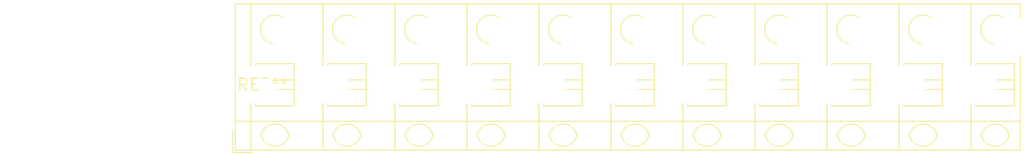
<source format=kicad_pcb>
(kicad_pcb (version 20240108) (generator pcbnew)
  (layers (0 "F.Cu" signal) (31 "B.Cu" signal) (34 "B.Paste" user) (35 "F.Paste" user) (36 "B.SilkS" user "B.Silkscreen") (37 "F.SilkS" user "F.Silkscreen") (38 "B.Mask" user) (39 "F.Mask" user) (44 "Edge.Cuts" user))
  (net 0 "")
  (footprint "TerminalBlock_WAGO_804-311_1x11_P7.50mm_45Degree" (layer "F.Cu") (at 0 0)
    (property "Reference" "REF**")
    (property "Value" "TerminalBlock_WAGO_804-311_1x11_P7.50mm_45Degree")
    (fp_line (start -3.11 4.82) (end -3.11 7.06) (layer "F.SilkS") (stroke (width 0.12)))
    (fp_line (start -3.11 7.06) (end -1.11 7.06) (layer "F.SilkS") (stroke (width 0.12)))
    (fp_line (start -2.87 -8.42) (end -2.87 6.82) (layer "F.SilkS") (stroke (width 0.12)))
    (fp_line (start -2.87 -8.42) (end 78.87 -8.42) (layer "F.SilkS") (stroke (width 0.12)))
    (fp_line (start -2.87 3.8) (end 78.87 3.8) (layer "F.SilkS") (stroke (width 0.12)))
    (fp_line (start -2.87 6.82) (end 78.87 6.82) (layer "F.SilkS") (stroke (width 0.12)))
    (fp_line (start -1.25 -8.42) (end -1.25 -1.98) (layer "F.SilkS") (stroke (width 0.12)))
    (fp_line (start -1.25 1.98) (end -1.25 6.82) (layer "F.SilkS") (stroke (width 0.12)))
    (fp_line (start -0.75 -2.2) (end -0.75 -1.98) (layer "F.SilkS") (stroke (width 0.12)))
    (fp_line (start -0.75 -2.2) (end 3.25 -2.2) (layer "F.SilkS") (stroke (width 0.12)))
    (fp_line (start -0.75 1.98) (end -0.75 2.2) (layer "F.SilkS") (stroke (width 0.12)))
    (fp_line (start -0.75 2.2) (end 3.25 2.2) (layer "F.SilkS") (stroke (width 0.12)))
    (fp_line (start 1.48 -0.5) (end 3.25 -0.5) (layer "F.SilkS") (stroke (width 0.12)))
    (fp_line (start 1.48 0.5) (end 3.25 0.5) (layer "F.SilkS") (stroke (width 0.12)))
    (fp_line (start 3.25 -2.2) (end 3.25 2.2) (layer "F.SilkS") (stroke (width 0.12)))
    (fp_line (start 3.25 -0.5) (end 3.25 0.5) (layer "F.SilkS") (stroke (width 0.12)))
    (fp_line (start 6.25 -8.42) (end 6.25 -1.98) (layer "F.SilkS") (stroke (width 0.12)))
    (fp_line (start 6.25 1.98) (end 6.25 6.82) (layer "F.SilkS") (stroke (width 0.12)))
    (fp_line (start 6.75 -2.2) (end 6.75 -1.98) (layer "F.SilkS") (stroke (width 0.12)))
    (fp_line (start 6.75 -2.2) (end 10.75 -2.2) (layer "F.SilkS") (stroke (width 0.12)))
    (fp_line (start 6.75 1.98) (end 6.75 2.2) (layer "F.SilkS") (stroke (width 0.12)))
    (fp_line (start 6.75 2.2) (end 10.75 2.2) (layer "F.SilkS") (stroke (width 0.12)))
    (fp_line (start 8.98 -0.5) (end 10.75 -0.5) (layer "F.SilkS") (stroke (width 0.12)))
    (fp_line (start 8.98 0.5) (end 10.75 0.5) (layer "F.SilkS") (stroke (width 0.12)))
    (fp_line (start 10.75 -2.2) (end 10.75 2.2) (layer "F.SilkS") (stroke (width 0.12)))
    (fp_line (start 10.75 -0.5) (end 10.75 0.5) (layer "F.SilkS") (stroke (width 0.12)))
    (fp_line (start 13.75 -8.42) (end 13.75 -1.98) (layer "F.SilkS") (stroke (width 0.12)))
    (fp_line (start 13.75 1.98) (end 13.75 6.82) (layer "F.SilkS") (stroke (width 0.12)))
    (fp_line (start 14.25 -2.2) (end 14.25 -1.98) (layer "F.SilkS") (stroke (width 0.12)))
    (fp_line (start 14.25 -2.2) (end 18.25 -2.2) (layer "F.SilkS") (stroke (width 0.12)))
    (fp_line (start 14.25 1.98) (end 14.25 2.2) (layer "F.SilkS") (stroke (width 0.12)))
    (fp_line (start 14.25 2.2) (end 18.25 2.2) (layer "F.SilkS") (stroke (width 0.12)))
    (fp_line (start 16.48 -0.5) (end 18.25 -0.5) (layer "F.SilkS") (stroke (width 0.12)))
    (fp_line (start 16.48 0.5) (end 18.25 0.5) (layer "F.SilkS") (stroke (width 0.12)))
    (fp_line (start 18.25 -2.2) (end 18.25 2.2) (layer "F.SilkS") (stroke (width 0.12)))
    (fp_line (start 18.25 -0.5) (end 18.25 0.5) (layer "F.SilkS") (stroke (width 0.12)))
    (fp_line (start 21.25 -8.42) (end 21.25 -1.98) (layer "F.SilkS") (stroke (width 0.12)))
    (fp_line (start 21.25 1.98) (end 21.25 6.82) (layer "F.SilkS") (stroke (width 0.12)))
    (fp_line (start 21.75 -2.2) (end 21.75 -1.98) (layer "F.SilkS") (stroke (width 0.12)))
    (fp_line (start 21.75 -2.2) (end 25.75 -2.2) (layer "F.SilkS") (stroke (width 0.12)))
    (fp_line (start 21.75 1.98) (end 21.75 2.2) (layer "F.SilkS") (stroke (width 0.12)))
    (fp_line (start 21.75 2.2) (end 25.75 2.2) (layer "F.SilkS") (stroke (width 0.12)))
    (fp_line (start 23.98 -0.5) (end 25.75 -0.5) (layer "F.SilkS") (stroke (width 0.12)))
    (fp_line (start 23.98 0.5) (end 25.75 0.5) (layer "F.SilkS") (stroke (width 0.12)))
    (fp_line (start 25.75 -2.2) (end 25.75 2.2) (layer "F.SilkS") (stroke (width 0.12)))
    (fp_line (start 25.75 -0.5) (end 25.75 0.5) (layer "F.SilkS") (stroke (width 0.12)))
    (fp_line (start 28.75 -8.42) (end 28.75 -1.98) (layer "F.SilkS") (stroke (width 0.12)))
    (fp_line (start 28.75 1.98) (end 28.75 6.82) (layer "F.SilkS") (stroke (width 0.12)))
    (fp_line (start 29.25 -2.2) (end 29.25 -1.98) (layer "F.SilkS") (stroke (width 0.12)))
    (fp_line (start 29.25 -2.2) (end 33.25 -2.2) (layer "F.SilkS") (stroke (width 0.12)))
    (fp_line (start 29.25 1.98) (end 29.25 2.2) (layer "F.SilkS") (stroke (width 0.12)))
    (fp_line (start 29.25 2.2) (end 33.25 2.2) (layer "F.SilkS") (stroke (width 0.12)))
    (fp_line (start 31.48 -0.5) (end 33.25 -0.5) (layer "F.SilkS") (stroke (width 0.12)))
    (fp_line (start 31.48 0.5) (end 33.25 0.5) (layer "F.SilkS") (stroke (width 0.12)))
    (fp_line (start 33.25 -2.2) (end 33.25 2.2) (layer "F.SilkS") (stroke (width 0.12)))
    (fp_line (start 33.25 -0.5) (end 33.25 0.5) (layer "F.SilkS") (stroke (width 0.12)))
    (fp_line (start 36.25 -8.42) (end 36.25 -1.98) (layer "F.SilkS") (stroke (width 0.12)))
    (fp_line (start 36.25 1.98) (end 36.25 6.82) (layer "F.SilkS") (stroke (width 0.12)))
    (fp_line (start 36.75 -2.2) (end 36.75 -1.98) (layer "F.SilkS") (stroke (width 0.12)))
    (fp_line (start 36.75 -2.2) (end 40.75 -2.2) (layer "F.SilkS") (stroke (width 0.12)))
    (fp_line (start 36.75 1.98) (end 36.75 2.2) (layer "F.SilkS") (stroke (width 0.12)))
    (fp_line (start 36.75 2.2) (end 40.75 2.2) (layer "F.SilkS") (stroke (width 0.12)))
    (fp_line (start 38.98 -0.5) (end 40.75 -0.5) (layer "F.SilkS") (stroke (width 0.12)))
    (fp_line (start 38.98 0.5) (end 40.75 0.5) (layer "F.SilkS") (stroke (width 0.12)))
    (fp_line (start 40.75 -2.2) (end 40.75 2.2) (layer "F.SilkS") (stroke (width 0.12)))
    (fp_line (start 40.75 -0.5) (end 40.75 0.5) (layer "F.SilkS") (stroke (width 0.12)))
    (fp_line (start 43.75 -8.42) (end 43.75 -1.98) (layer "F.SilkS") (stroke (width 0.12)))
    (fp_line (start 43.75 1.98) (end 43.75 6.82) (layer "F.SilkS") (stroke (width 0.12)))
    (fp_line (start 44.25 -2.2) (end 44.25 -1.98) (layer "F.SilkS") (stroke (width 0.12)))
    (fp_line (start 44.25 -2.2) (end 48.25 -2.2) (layer "F.SilkS") (stroke (width 0.12)))
    (fp_line (start 44.25 1.98) (end 44.25 2.2) (layer "F.SilkS") (stroke (width 0.12)))
    (fp_line (start 44.25 2.2) (end 48.25 2.2) (layer "F.SilkS") (stroke (width 0.12)))
    (fp_line (start 46.48 -0.5) (end 48.25 -0.5) (layer "F.SilkS") (stroke (width 0.12)))
    (fp_line (start 46.48 0.5) (end 48.25 0.5) (layer "F.SilkS") (stroke (width 0.12)))
    (fp_line (start 48.25 -2.2) (end 48.25 2.2) (layer "F.SilkS") (stroke (width 0.12)))
    (fp_line (start 48.25 -0.5) (end 48.25 0.5) (layer "F.SilkS") (stroke (width 0.12)))
    (fp_line (start 51.25 -8.42) (end 51.25 -1.98) (layer "F.SilkS") (stroke (width 0.12)))
    (fp_line (start 51.25 1.98) (end 51.25 6.82) (layer "F.SilkS") (stroke (width 0.12)))
    (fp_line (start 51.75 -2.2) (end 51.75 -1.98) (layer "F.SilkS") (stroke (width 0.12)))
    (fp_line (start 51.75 -2.2) (end 55.75 -2.2) (layer "F.SilkS") (stroke (width 0.12)))
    (fp_line (start 51.75 1.98) (end 51.75 2.2) (layer "F.SilkS") (stroke (width 0.12)))
    (fp_line (start 51.75 2.2) (end 55.75 2.2) (layer "F.SilkS") (stroke (width 0.12)))
    (fp_line (start 53.98 -0.5) (end 55.75 -0.5) (layer "F.SilkS") (stroke (width 0.12)))
    (fp_line (start 53.98 0.5) (end 55.75 0.5) (layer "F.SilkS") (stroke (width 0.12)))
    (fp_line (start 55.75 -2.2) (end 55.75 2.2) (layer "F.SilkS") (stroke (width 0.12)))
    (fp_line (start 55.75 -0.5) (end 55.75 0.5) (layer "F.SilkS") (stroke (width 0.12)))
    (fp_line (start 58.75 -8.42) (end 58.75 -1.98) (layer "F.SilkS") (stroke (width 0.12)))
    (fp_line (start 58.75 1.98) (end 58.75 6.82) (layer "F.SilkS") (stroke (width 0.12)))
    (fp_line (start 59.25 -2.2) (end 59.25 -1.98) (layer "F.SilkS") (stroke (width 0.12)))
    (fp_line (start 59.25 -2.2) (end 63.25 -2.2) (layer "F.SilkS") (stroke (width 0.12)))
    (fp_line (start 59.25 1.98) (end 59.25 2.2) (layer "F.SilkS") (stroke (width 0.12)))
    (fp_line (start 59.25 2.2) (end 63.25 2.2) (layer "F.SilkS") (stroke (width 0.12)))
    (fp_line (start 61.48 -0.5) (end 63.25 -0.5) (layer "F.SilkS") (stroke (width 0.12)))
    (fp_line (start 61.48 0.5) (end 63.25 0.5) (layer "F.SilkS") (stroke (width 0.12)))
    (fp_line (start 63.25 -2.2) (end 63.25 2.2) (layer "F.SilkS") (stroke (width 0.12)))
    (fp_line (start 63.25 -0.5) (end 63.25 0.5) (layer "F.SilkS") (stroke (width 0.12)))
    (fp_line (start 66.25 -8.42) (end 66.25 -1.98) (layer "F.SilkS") (stroke (width 0.12)))
    (fp_line (start 66.25 1.98) (end 66.25 6.82) (layer "F.SilkS") (stroke (width 0.12)))
    (fp_line (start 66.75 -2.2) (end 66.75 -1.98) (layer "F.SilkS") (stroke (width 0.12)))
    (fp_line (start 66.75 -2.2) (end 70.75 -2.2) (layer "F.SilkS") (stroke (width 0.12)))
    (fp_line (start 66.75 1.98) (end 66.75 2.2) (layer "F.SilkS") (stroke (width 0.12)))
    (fp_line (start 66.75 2.2) (end 70.75 2.2) (layer "F.SilkS") (stroke (width 0.12)))
    (fp_line (start 68.98 -0.5) (end 70.75 -0.5) (layer "F.SilkS") (stroke (width 0.12)))
    (fp_line (start 68.98 0.5) (end 70.75 0.5) (layer "F.SilkS") (stroke (width 0.12)))
    (fp_line (start 70.75 -2.2) (end 70.75 2.2) (layer "F.SilkS") (stroke (width 0.12)))
    (fp_line (start 70.75 -0.5) (end 70.75 0.5) (layer "F.SilkS") (stroke (width 0.12)))
    (fp_line (start 73.75 -8.42) (end 73.75 -1.98) (layer "F.SilkS") (stroke (width 0.12)))
    (fp_line (start 73.75 1.98) (end 73.75 6.82) (layer "F.SilkS") (stroke (width 0.12)))
    (fp_line (start 74.25 -2.2) (end 74.25 -1.98) (layer "F.SilkS") (stroke (width 0.12)))
    (fp_line (start 74.25 -2.2) (end 78.25 -2.2) (layer "F.SilkS") (stroke (width 0.12)))
    (fp_line (start 74.25 1.98) (end 74.25 2.2) (layer "F.SilkS") (stroke (width 0.12)))
    (fp_line (start 74.25 2.2) (end 78.25 2.2) (layer "F.SilkS") (stroke (width 0.12)))
    (fp_line (start 76.48 -0.5) (end 78.25 -0.5) (layer "F.SilkS") (stroke (width 0.12)))
    (fp_line (start 76.48 0.5) (end 78.25 0.5) (layer "F.SilkS") (stroke (width 0.12)))
    (fp_line (start 78.25 -2.2) (end 78.25 2.2) (layer "F.SilkS") (stroke (width 0.12)))
    (fp_line (start 78.25 -0.5) (end 78.25 0.5) (layer "F.SilkS") (stroke (width 0.12)))
    (fp_line (start 78.87 -8.42) (end 78.87 -6.98) (layer "F.SilkS") (stroke (width 0.12)))
    (fp_line (start 78.87 -3.02) (end 78.87 6.82) (layer "F.SilkS") (stroke (width 0.12)))
    (fp_arc (start -0.200865 5.250424) (mid 1.250296 4.099926) (end 2.701 5.251) (layer "F.SilkS") (stroke (width 0.12)))
    (fp_arc (start 1.040798 -4.264067) (mid -0.146039 -6.300306) (end 2.111 -6.979) (layer "F.SilkS") (stroke (width 0.12)))
    (fp_arc (start 2.7 5.25) (mid 1.250068 6.400101) (end -0.199969 5.250133) (layer "F.SilkS") (stroke (width 0.12)))
    (fp_arc (start 7.299135 5.250424) (mid 8.750296 4.099926) (end 10.201 5.251) (layer "F.SilkS") (stroke (width 0.12)))
    (fp_arc (start 8.540798 -4.264067) (mid 7.353961 -6.300306) (end 9.611 -6.979) (layer "F.SilkS") (stroke (width 0.12)))
    (fp_arc (start 10.2 5.25) (mid 8.750068 6.400101) (end 7.300031 5.250133) (layer "F.SilkS") (stroke (width 0.12)))
    (fp_arc (start 14.799135 5.250424) (mid 16.250296 4.099926) (end 17.701 5.251) (layer "F.SilkS") (stroke (width 0.12)))
    (fp_arc (start 16.040798 -4.264067) (mid 14.853961 -6.300306) (end 17.111 -6.979) (layer "F.SilkS") (stroke (width 0.12)))
    (fp_arc (start 17.7 5.25) (mid 16.250068 6.400101) (end 14.800031 5.250133) (layer "F.SilkS") (stroke (width 0.12)))
    (fp_arc (start 22.299135 5.250424) (mid 23.750296 4.099926) (end 25.201 5.251) (layer "F.SilkS") (stroke (width 0.12)))
    (fp_arc (start 23.540798 -4.264067) (mid 22.353961 -6.300306) (end 24.611 -6.979) (layer "F.SilkS") (stroke (width 0.12)))
    (fp_arc (start 25.2 5.25) (mid 23.750068 6.400101) (end 22.300031 5.250133) (layer "F.SilkS") (stroke (width 0.12)))
    (fp_arc (start 29.799135 5.250424) (mid 31.250296 4.099926) (end 32.701 5.251) (layer "F.SilkS") (stroke (width 0.12)))
    (fp_arc (start 31.040798 -4.264067) (mid 29.853961 -6.300306) (end 32.111 -6.979) (layer "F.SilkS") (stroke (width 0.12)))
    (fp_arc (start 32.701 5.25) (mid 31.250296 6.401074) (end 29.799135 5.250576) (layer "F.SilkS") (stroke (width 0.12)))
    (fp_arc (start 37.299135 5.250424) (mid 38.750296 4.099926) (end 40.201 5.251) (layer "F.SilkS") (stroke (width 0.12)))
    (fp_arc (start 38.540798 -4.264067) (mid 37.353961 -6.300306) (end 39.611 -6.979) (layer "F.SilkS") (stroke (width 0.12)))
    (fp_arc (start 40.2 5.25) (mid 38.750068 6.400101) (end 37.300031 5.250133) (layer "F.SilkS") (stroke (width 0.12)))
    (fp_arc (start 44.799135 5.250424) (mid 46.250296 4.099926) (end 47.701 5.251) (layer "F.SilkS") (stroke (width 0.12)))
    (fp_arc (start 46.040798 -4.264067) (mid 44.853961 -6.300306) (end 47.111 -6.979) (layer "F.SilkS") (stroke (width 0.12)))
    (fp_arc (start 47.7 5.25) (mid 46.250068 6.400101) (end 44.800031 5.250133) (layer "F.SilkS") (stroke (width 0.12)))
    (fp_arc (start 52.299135 5.250424) (mid 53.750296 4.099926) (end 55.201 5.251) (layer "F.SilkS") (stroke (width 0.12)))
    (fp_arc (start 53.540798 -4.264067) (mid 52.353961 -6.300306) (end 54.611 -6.979) (layer "F.SilkS") (stroke (width 0.12)))
    (fp_arc (start 55.2 5.25) (mid 53.750068 6.400101) (end 52.300031 5.250133) (layer "F.SilkS") (stroke (width 0.12)))
    (fp_arc (start 59.799135 5.250424) (mid 61.250296 4.099926) (end 62.701 5.251) (layer "F.SilkS") (stroke (width 0.12)))
    (fp_arc (start 61.040798 -4.264067) (mid 59.853961 -6.300306) (end 62.111 -6.979) (layer "F.SilkS") (stroke (width 0.12)))
    (fp_arc (start 62.7 5.25) (mid 61.250068 6.400101) (end 59.800031 5.250133) (layer "F.SilkS") (stroke (width 0.12)))
    (fp_arc (start 67.299135 5.250424) (mid 68.750296 4.099926) (end 70.201 5.251) (layer "F.SilkS") (stroke (width 0.12)))
    (fp_arc (start 68.540798 -4.264067) (mid 67.353961 -6.300306) (end 69.611 -6.979) (layer "F.SilkS") (stroke (width 0.12)))
    (fp_arc (start 70.2 5.25) (mid 68.750068 6.400101) (end 67.300031 5.250133) (layer "F.SilkS") (stroke (width 0.12)))
    (fp_arc (start 74.799135 5.250424) (mid 76.250296 4.099926) (end 77.701 5.251) (layer "F.SilkS") (stroke (width 0.12)))
    (fp_arc (start 76.040798 -4.264067) (mid 74.853961 -6.300306) (end 77.111 -6.979) (layer "F.SilkS") (stroke (width 0.12)))
    (fp_arc (start 77.7 5.25) (mid 76.250068 6.400101) (end 74.800031 5.250133) (layer "F.SilkS") (stroke (width 0.12)))
    (pad "1" thru_hole rect (at 0 0) (size 2 3) (drill 1.2) (layers *.Cu *.Mask) (remove_unused_layers))
    (pad "1" thru_hole rect (at 2.5 -5) (size 2 3) (drill 1.2) (layers *.Cu *.Mask) (remove_unused_layers))
    (pad "2" thru_hole oval (at 7.5 0) (size 2 3) (drill 1.2) (layers *.Cu *.Mask) (remove_unused_layers))
    (pad "2" thru_hole oval (at 10 -5) (size 2 3) (drill 1.2) (layers *.Cu *.Mask) (remove_unused_layers))
    (pad "3" thru_hole oval (at 15 0) (size 2 3) (drill 1.2) (layers *.Cu *.Mask) (remove_unused_layers))
    (pad "3" thru_hole oval (at 17.5 -5) (size 2 3) (drill 1.2) (layers *.Cu *.Mask) (remove_unused_layers))
    (pad "4" thru_hole oval (at 22.5 0) (size 2 3) (drill 1.2) (layers *.Cu *.Mask) (remove_unused_layers))
    (pad "4" thru_hole oval (at 25 -5) (size 2 3) (drill 1.2) (layers *.Cu *.Mask) (remove_unused_layers))
    (pad "5" thru_hole oval (at 30 0) (size 2 3) (drill 1.2) (layers *.Cu *.Mask) (remove_unused_layers))
    (pad "5" thru_hole oval (at 32.5 -5) (size 2 3) (drill 1.2) (layers *.Cu *.Mask) (remove_unused_layers))
    (pad "6" thru_hole oval (at 37.5 0) (size 2 3) (drill 1.2) (layers *.Cu *.Mask) (remove_unused_layers))
    (pad "6" thru_hole oval (at 40 -5) (size 2 3) (drill 1.2) (layers *.Cu *.Mask) (remove_unused_layers))
    (pad "7" thru_hole oval (at 45 0) (size 2 3) (drill 1.2) (layers *.Cu *.Mask) (remove_unused_layers))
    (pad "7" thru_hole oval (at 47.5 -5) (size 2 3) (drill 1.2) (layers *.Cu *.Mask) (remove_unused_layers))
    (pad "8" thru_hole oval (at 52.5 0) (size 2 3) (drill 1.2) (layers *.Cu *.Mask) (remove_unused_layers))
    (pad "8" thru_hole oval (at 55 -5) (size 2 3) (drill 1.2) (layers *.Cu *.Mask) (remove_unused_layers))
    (pad "9" thru_hole oval (at 60 0) (size 2 3) (drill 1.2) (layers *.Cu *.Mask) (remove_unused_layers))
    (pad "9" thru_hole oval (at 62.5 -5) (size 2 3) (drill 1.2) (layers *.Cu *.Mask) (remove_unused_layers))
    (pad "10" thru_hole oval (at 67.5 0) (size 2 3) (drill 1.2) (layers *.Cu *.Mask) (remove_unused_layers))
    (pad "10" thru_hole oval (at 70 -5) (size 2 3) (drill 1.2) (layers *.Cu *.Mask) (remove_unused_layers))
    (pad "11" thru_hole oval (at 75 0) (size 2 3) (drill 1.2) (layers *.Cu *.Mask) (remove_unused_layers))
    (pad "11" thru_hole oval (at 77.5 -5) (size 2 3) (drill 1.2) (layers *.Cu *.Mask) (remove_unused_layers))
  )
)
</source>
